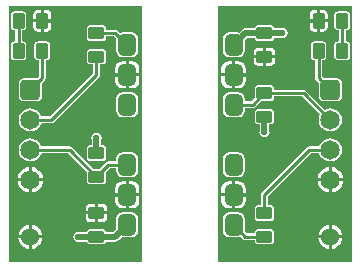
<source format=gtl>
G04 Layer_Physical_Order=1*
G04 Layer_Color=255*
%FSLAX25Y25*%
%MOIN*%
G70*
G01*
G75*
G04:AMPARAMS|DCode=10|XSize=39.37mil|YSize=51.18mil|CornerRadius=4.92mil|HoleSize=0mil|Usage=FLASHONLY|Rotation=90.000|XOffset=0mil|YOffset=0mil|HoleType=Round|Shape=RoundedRectangle|*
%AMROUNDEDRECTD10*
21,1,0.03937,0.04134,0,0,90.0*
21,1,0.02953,0.05118,0,0,90.0*
1,1,0.00984,0.02067,0.01476*
1,1,0.00984,0.02067,-0.01476*
1,1,0.00984,-0.02067,-0.01476*
1,1,0.00984,-0.02067,0.01476*
%
%ADD10ROUNDEDRECTD10*%
G04:AMPARAMS|DCode=11|XSize=39.37mil|YSize=51.18mil|CornerRadius=4.92mil|HoleSize=0mil|Usage=FLASHONLY|Rotation=0.000|XOffset=0mil|YOffset=0mil|HoleType=Round|Shape=RoundedRectangle|*
%AMROUNDEDRECTD11*
21,1,0.03937,0.04134,0,0,0.0*
21,1,0.02953,0.05118,0,0,0.0*
1,1,0.00984,0.01476,-0.02067*
1,1,0.00984,-0.01476,-0.02067*
1,1,0.00984,-0.01476,0.02067*
1,1,0.00984,0.01476,0.02067*
%
%ADD11ROUNDEDRECTD11*%
%ADD12C,0.06000*%
G04:AMPARAMS|DCode=13|XSize=70.08mil|YSize=59.84mil|CornerRadius=14.96mil|HoleSize=0mil|Usage=FLASHONLY|Rotation=90.000|XOffset=0mil|YOffset=0mil|HoleType=Round|Shape=RoundedRectangle|*
%AMROUNDEDRECTD13*
21,1,0.07008,0.02992,0,0,90.0*
21,1,0.04016,0.05984,0,0,90.0*
1,1,0.02992,0.01496,0.02008*
1,1,0.02992,0.01496,-0.02008*
1,1,0.02992,-0.01496,-0.02008*
1,1,0.02992,-0.01496,0.02008*
%
%ADD13ROUNDEDRECTD13*%
%ADD14C,0.02000*%
%ADD15C,0.01000*%
%ADD16C,0.06500*%
G04:AMPARAMS|DCode=17|XSize=65mil|YSize=65mil|CornerRadius=9.75mil|HoleSize=0mil|Usage=FLASHONLY|Rotation=180.000|XOffset=0mil|YOffset=0mil|HoleType=Round|Shape=RoundedRectangle|*
%AMROUNDEDRECTD17*
21,1,0.06500,0.04550,0,0,180.0*
21,1,0.04550,0.06500,0,0,180.0*
1,1,0.01950,-0.02275,0.02275*
1,1,0.01950,0.02275,0.02275*
1,1,0.01950,0.02275,-0.02275*
1,1,0.01950,-0.02275,-0.02275*
%
%ADD17ROUNDEDRECTD17*%
%ADD18C,0.02165*%
G36*
X117346Y2733D02*
X72649D01*
Y87818D01*
X117346D01*
Y2733D01*
D02*
G37*
G36*
X47351D02*
X2733D01*
Y87818D01*
X47351D01*
Y2733D01*
D02*
G37*
%LPC*%
G36*
X79232Y29553D02*
X78236D01*
Y25500D01*
X81777D01*
Y27008D01*
X81583Y27982D01*
X81032Y28807D01*
X80206Y29359D01*
X79232Y29553D01*
D02*
G37*
G36*
X77236D02*
X76240D01*
X75266Y29359D01*
X74441Y28807D01*
X73889Y27982D01*
X73695Y27008D01*
Y25500D01*
X77236D01*
Y29553D01*
D02*
G37*
G36*
Y24500D02*
X73695D01*
Y22992D01*
X73889Y22018D01*
X74441Y21193D01*
X75266Y20641D01*
X76240Y20447D01*
X77236D01*
Y24500D01*
D02*
G37*
G36*
X81777D02*
X78236D01*
Y20447D01*
X79232D01*
X80206Y20641D01*
X81032Y21193D01*
X81583Y22018D01*
X81777Y22992D01*
Y24500D01*
D02*
G37*
G36*
X109500Y29500D02*
X105779D01*
X105859Y28890D01*
X106288Y27857D01*
X106969Y26969D01*
X107857Y26288D01*
X108890Y25859D01*
X109500Y25779D01*
Y29500D01*
D02*
G37*
G36*
X110500Y34221D02*
Y30500D01*
X114221D01*
X114141Y31109D01*
X113712Y32143D01*
X113031Y33031D01*
X112143Y33712D01*
X111109Y34141D01*
X110500Y34221D01*
D02*
G37*
G36*
X109500D02*
X108890Y34141D01*
X107857Y33712D01*
X106969Y33031D01*
X106288Y32143D01*
X105859Y31109D01*
X105779Y30500D01*
X109500D01*
Y34221D01*
D02*
G37*
G36*
X114221Y29500D02*
X110500D01*
Y25779D01*
X111109Y25859D01*
X112143Y26288D01*
X113031Y26969D01*
X113712Y27857D01*
X114141Y28890D01*
X114221Y29500D01*
D02*
G37*
G36*
X79232Y19145D02*
X76240D01*
X75422Y18982D01*
X74729Y18519D01*
X74266Y17826D01*
X74103Y17008D01*
Y12992D01*
X74266Y12174D01*
X74729Y11481D01*
X75422Y11018D01*
X76240Y10855D01*
X79232D01*
X80050Y11018D01*
X80099Y11051D01*
X80880Y10270D01*
X80880Y10270D01*
X81244Y10027D01*
X81673Y9941D01*
X84820D01*
Y9587D01*
X84904Y9161D01*
X85146Y8799D01*
X85507Y8558D01*
X85933Y8473D01*
X90067D01*
X90493Y8558D01*
X90854Y8799D01*
X91096Y9161D01*
X91180Y9587D01*
Y12539D01*
X91096Y12966D01*
X90854Y13327D01*
X90493Y13568D01*
X90067Y13653D01*
X85933D01*
X85507Y13568D01*
X85146Y13327D01*
X84904Y12966D01*
X84820Y12539D01*
Y12184D01*
X82138D01*
X81363Y12959D01*
X81369Y12992D01*
Y17008D01*
X81207Y17826D01*
X80743Y18519D01*
X80050Y18982D01*
X79232Y19145D01*
D02*
G37*
G36*
X113969Y10500D02*
X110500D01*
Y7031D01*
X111044Y7103D01*
X112017Y7506D01*
X112853Y8147D01*
X113494Y8983D01*
X113897Y9956D01*
X113969Y10500D01*
D02*
G37*
G36*
X109500D02*
X106031D01*
X106103Y9956D01*
X106506Y8983D01*
X107147Y8147D01*
X107983Y7506D01*
X108956Y7103D01*
X109500Y7031D01*
Y10500D01*
D02*
G37*
G36*
Y14969D02*
X108956Y14897D01*
X107983Y14494D01*
X107147Y13853D01*
X106506Y13017D01*
X106103Y12044D01*
X106031Y11500D01*
X109500D01*
Y14969D01*
D02*
G37*
G36*
X110500D02*
Y11500D01*
X113969D01*
X113897Y12044D01*
X113494Y13017D01*
X112853Y13853D01*
X112017Y14494D01*
X111044Y14897D01*
X110500Y14969D01*
D02*
G37*
G36*
X87500Y74061D02*
X85933D01*
X85351Y73945D01*
X84857Y73615D01*
X84527Y73122D01*
X84412Y72539D01*
Y71563D01*
X87500D01*
Y74061D01*
D02*
G37*
G36*
X90067Y81527D02*
X85933D01*
X85507Y81442D01*
X85146Y81201D01*
X84904Y80840D01*
X84850Y80568D01*
X81673D01*
X81049Y80444D01*
X80520Y80090D01*
X79517Y79088D01*
X79232Y79145D01*
X76240D01*
X75422Y78982D01*
X74729Y78519D01*
X74266Y77826D01*
X74103Y77008D01*
Y72992D01*
X74266Y72174D01*
X74729Y71481D01*
X75422Y71018D01*
X76240Y70855D01*
X79232D01*
X80050Y71018D01*
X80743Y71481D01*
X81207Y72174D01*
X81369Y72992D01*
Y76326D01*
X82349Y77306D01*
X84850D01*
X84904Y77034D01*
X85146Y76673D01*
X85507Y76432D01*
X85933Y76347D01*
X90067D01*
X90493Y76432D01*
X90854Y76673D01*
X91096Y77034D01*
X91150Y77306D01*
X93893D01*
X94000Y77284D01*
X94657Y77415D01*
X95213Y77787D01*
X95585Y78343D01*
X95716Y79000D01*
X95585Y79657D01*
X95213Y80213D01*
X94657Y80585D01*
X94000Y80716D01*
X93343Y80585D01*
X93318Y80568D01*
X91150D01*
X91096Y80840D01*
X90854Y81201D01*
X90493Y81442D01*
X90067Y81527D01*
D02*
G37*
G36*
Y74061D02*
X88500D01*
Y71563D01*
X91588D01*
Y72539D01*
X91473Y73122D01*
X91143Y73615D01*
X90649Y73945D01*
X90067Y74061D01*
D02*
G37*
G36*
X91588Y70563D02*
X88500D01*
Y68065D01*
X90067D01*
X90649Y68181D01*
X91143Y68511D01*
X91473Y69004D01*
X91588Y69587D01*
Y70563D01*
D02*
G37*
G36*
X87500D02*
X84412D01*
Y69587D01*
X84527Y69004D01*
X84857Y68511D01*
X85351Y68181D01*
X85933Y68065D01*
X87500D01*
Y70563D01*
D02*
G37*
G36*
X115413Y86180D02*
X112461D01*
X112034Y86096D01*
X111673Y85854D01*
X111432Y85493D01*
X111347Y85067D01*
Y80933D01*
X111432Y80507D01*
X111673Y80146D01*
X112034Y79904D01*
X112461Y79820D01*
X112815D01*
Y76180D01*
X112461D01*
X112034Y76096D01*
X111673Y75854D01*
X111432Y75493D01*
X111347Y75067D01*
Y70933D01*
X111432Y70507D01*
X111673Y70146D01*
X112034Y69904D01*
X112461Y69820D01*
X115413D01*
X115840Y69904D01*
X116201Y70146D01*
X116442Y70507D01*
X116527Y70933D01*
Y75067D01*
X116442Y75493D01*
X116201Y75854D01*
X115840Y76096D01*
X115413Y76180D01*
X115059D01*
Y79820D01*
X115413D01*
X115840Y79904D01*
X116201Y80146D01*
X116442Y80507D01*
X116527Y80933D01*
Y85067D01*
X116442Y85493D01*
X116201Y85854D01*
X115840Y86096D01*
X115413Y86180D01*
D02*
G37*
G36*
X105563Y86588D02*
X104587D01*
X104004Y86472D01*
X103511Y86143D01*
X103181Y85649D01*
X103065Y85067D01*
Y83500D01*
X105563D01*
Y86588D01*
D02*
G37*
G36*
X107539D02*
X106563D01*
Y83500D01*
X109061D01*
Y85067D01*
X108945Y85649D01*
X108615Y86143D01*
X108122Y86472D01*
X107539Y86588D01*
D02*
G37*
G36*
X109061Y82500D02*
X106563D01*
Y79412D01*
X107539D01*
X108122Y79527D01*
X108615Y79857D01*
X108945Y80351D01*
X109061Y80933D01*
Y82500D01*
D02*
G37*
G36*
X105563D02*
X103065D01*
Y80933D01*
X103181Y80351D01*
X103511Y79857D01*
X104004Y79527D01*
X104587Y79412D01*
X105563D01*
Y82500D01*
D02*
G37*
G36*
X90067Y61527D02*
X85933D01*
X85507Y61442D01*
X85146Y61201D01*
X84904Y60839D01*
X84820Y60413D01*
Y57461D01*
X84839Y57362D01*
X83598Y56122D01*
X81369D01*
Y57008D01*
X81207Y57826D01*
X80743Y58519D01*
X80050Y58982D01*
X79232Y59145D01*
X76240D01*
X75422Y58982D01*
X74729Y58519D01*
X74266Y57826D01*
X74103Y57008D01*
Y52992D01*
X74266Y52174D01*
X74729Y51481D01*
X75422Y51018D01*
X76240Y50855D01*
X79232D01*
X80050Y51018D01*
X80743Y51481D01*
X81207Y52174D01*
X81369Y52992D01*
Y53878D01*
X84063D01*
X84063Y53878D01*
X84492Y53964D01*
X84856Y54207D01*
X86996Y56347D01*
X90067D01*
X90493Y56432D01*
X90854Y56673D01*
X91096Y57034D01*
X91180Y57461D01*
Y57815D01*
X100598D01*
X106589Y51825D01*
X106249Y51005D01*
X106117Y50000D01*
X106249Y48995D01*
X106637Y48058D01*
X107254Y47254D01*
X108058Y46637D01*
X108995Y46249D01*
X110000Y46117D01*
X111005Y46249D01*
X111942Y46637D01*
X112746Y47254D01*
X113363Y48058D01*
X113751Y48995D01*
X113883Y50000D01*
X113751Y51005D01*
X113363Y51942D01*
X112746Y52746D01*
X111942Y53363D01*
X111005Y53751D01*
X110000Y53883D01*
X108995Y53751D01*
X108175Y53411D01*
X101856Y59730D01*
X101492Y59973D01*
X101063Y60059D01*
X101063Y60059D01*
X91180D01*
Y60413D01*
X91096Y60839D01*
X90854Y61201D01*
X90493Y61442D01*
X90067Y61527D01*
D02*
G37*
G36*
X107539Y76180D02*
X104587D01*
X104160Y76096D01*
X103799Y75854D01*
X103558Y75493D01*
X103473Y75067D01*
Y70933D01*
X103558Y70507D01*
X103799Y70146D01*
X104160Y69904D01*
X104587Y69820D01*
X104941D01*
Y63937D01*
X104941Y63937D01*
X105027Y63508D01*
X105270Y63144D01*
X106122Y62292D01*
X106119Y62275D01*
Y57725D01*
X106241Y57111D01*
X106589Y56590D01*
X107111Y56241D01*
X107725Y56119D01*
X112275D01*
X112890Y56241D01*
X113410Y56590D01*
X113759Y57111D01*
X113881Y57725D01*
Y62275D01*
X113759Y62889D01*
X113410Y63411D01*
X112890Y63759D01*
X112275Y63881D01*
X107725D01*
X107709Y63878D01*
X107185Y64402D01*
Y69820D01*
X107539D01*
X107966Y69904D01*
X108327Y70146D01*
X108568Y70507D01*
X108653Y70933D01*
Y75067D01*
X108568Y75493D01*
X108327Y75854D01*
X107966Y76096D01*
X107539Y76180D01*
D02*
G37*
G36*
X110000Y43883D02*
X108995Y43751D01*
X108058Y43363D01*
X107254Y42746D01*
X106637Y41942D01*
X106297Y41122D01*
X103000D01*
X102571Y41036D01*
X102207Y40793D01*
X102207Y40793D01*
X87207Y25793D01*
X86964Y25429D01*
X86878Y25000D01*
X86878Y25000D01*
Y21527D01*
X85933D01*
X85507Y21442D01*
X85146Y21201D01*
X84904Y20840D01*
X84820Y20413D01*
Y17461D01*
X84904Y17034D01*
X85146Y16673D01*
X85507Y16432D01*
X85933Y16347D01*
X90067D01*
X90493Y16432D01*
X90854Y16673D01*
X91096Y17034D01*
X91180Y17461D01*
Y20413D01*
X91096Y20840D01*
X90854Y21201D01*
X90493Y21442D01*
X90067Y21527D01*
X89122D01*
Y24535D01*
X103465Y38878D01*
X106297D01*
X106637Y38058D01*
X107254Y37254D01*
X108058Y36637D01*
X108995Y36249D01*
X110000Y36117D01*
X111005Y36249D01*
X111942Y36637D01*
X112746Y37254D01*
X113363Y38058D01*
X113751Y38995D01*
X113883Y40000D01*
X113751Y41005D01*
X113363Y41942D01*
X112746Y42746D01*
X111942Y43363D01*
X111005Y43751D01*
X110000Y43883D01*
D02*
G37*
G36*
X79232Y39145D02*
X76240D01*
X75422Y38982D01*
X74729Y38519D01*
X74266Y37826D01*
X74103Y37008D01*
Y32992D01*
X74266Y32174D01*
X74729Y31481D01*
X75422Y31018D01*
X76240Y30855D01*
X79232D01*
X80050Y31018D01*
X80743Y31481D01*
X81207Y32174D01*
X81369Y32992D01*
Y37008D01*
X81207Y37826D01*
X80743Y38519D01*
X80050Y38982D01*
X79232Y39145D01*
D02*
G37*
G36*
X90067Y53653D02*
X85933D01*
X85507Y53568D01*
X85146Y53327D01*
X84904Y52965D01*
X84820Y52539D01*
Y49587D01*
X84904Y49161D01*
X85146Y48799D01*
X85507Y48558D01*
X85933Y48473D01*
X86369D01*
Y46424D01*
X86284Y46000D01*
X86415Y45344D01*
X86787Y44787D01*
X87343Y44415D01*
X88000Y44284D01*
X88657Y44415D01*
X89213Y44787D01*
X89585Y45344D01*
X89716Y46000D01*
X89631Y46424D01*
Y48473D01*
X90067D01*
X90493Y48558D01*
X90854Y48799D01*
X91096Y49161D01*
X91180Y49587D01*
Y52539D01*
X91096Y52965D01*
X90854Y53327D01*
X90493Y53568D01*
X90067Y53653D01*
D02*
G37*
G36*
X77236Y69553D02*
X76240D01*
X75266Y69359D01*
X74441Y68807D01*
X73889Y67982D01*
X73695Y67008D01*
Y65500D01*
X77236D01*
Y69553D01*
D02*
G37*
G36*
X79232D02*
X78236D01*
Y65500D01*
X81777D01*
Y67008D01*
X81583Y67982D01*
X81032Y68807D01*
X80206Y69359D01*
X79232Y69553D01*
D02*
G37*
G36*
X81777Y64500D02*
X78236D01*
Y60447D01*
X79232D01*
X80206Y60641D01*
X81032Y61193D01*
X81583Y62018D01*
X81777Y62992D01*
Y64500D01*
D02*
G37*
G36*
X77236D02*
X73695D01*
Y62992D01*
X73889Y62018D01*
X74441Y61193D01*
X75266Y60641D01*
X76240Y60447D01*
X77236D01*
Y64500D01*
D02*
G37*
G36*
X43760Y29553D02*
X42764D01*
Y25500D01*
X46305D01*
Y27008D01*
X46111Y27982D01*
X45559Y28807D01*
X44734Y29359D01*
X43760Y29553D01*
D02*
G37*
G36*
X9500Y29500D02*
X5779D01*
X5859Y28890D01*
X6288Y27857D01*
X6969Y26969D01*
X7857Y26288D01*
X8890Y25859D01*
X9500Y25779D01*
Y29500D01*
D02*
G37*
G36*
X41764Y29553D02*
X40768D01*
X39794Y29359D01*
X38968Y28807D01*
X38416Y27982D01*
X38223Y27008D01*
Y25500D01*
X41764D01*
Y29553D01*
D02*
G37*
G36*
X10500Y34221D02*
Y30500D01*
X14221D01*
X14141Y31109D01*
X13712Y32143D01*
X13031Y33031D01*
X12143Y33712D01*
X11109Y34141D01*
X10500Y34221D01*
D02*
G37*
G36*
X10000Y43883D02*
X8995Y43751D01*
X8058Y43363D01*
X7254Y42746D01*
X6637Y41942D01*
X6249Y41005D01*
X6117Y40000D01*
X6249Y38995D01*
X6637Y38058D01*
X7254Y37254D01*
X8058Y36637D01*
X8995Y36249D01*
X10000Y36117D01*
X11005Y36249D01*
X11942Y36637D01*
X12746Y37254D01*
X13363Y38058D01*
X13703Y38878D01*
X22598D01*
X28839Y32638D01*
X28820Y32539D01*
Y29587D01*
X28904Y29160D01*
X29146Y28799D01*
X29507Y28558D01*
X29933Y28473D01*
X34067D01*
X34493Y28558D01*
X34854Y28799D01*
X35096Y29160D01*
X35181Y29587D01*
Y32539D01*
X35161Y32638D01*
X36402Y33878D01*
X38631D01*
Y32992D01*
X38793Y32174D01*
X39257Y31481D01*
X39950Y31018D01*
X40768Y30855D01*
X43760D01*
X44578Y31018D01*
X45271Y31481D01*
X45734Y32174D01*
X45897Y32992D01*
Y37008D01*
X45734Y37826D01*
X45271Y38519D01*
X44578Y38982D01*
X43760Y39145D01*
X40768D01*
X39950Y38982D01*
X39257Y38519D01*
X38793Y37826D01*
X38631Y37008D01*
Y36122D01*
X35937D01*
X35508Y36036D01*
X35144Y35793D01*
X35144Y35793D01*
X33004Y33653D01*
X30996D01*
X23856Y40793D01*
X23492Y41036D01*
X23063Y41122D01*
X23063Y41122D01*
X13703D01*
X13363Y41942D01*
X12746Y42746D01*
X11942Y43363D01*
X11005Y43751D01*
X10000Y43883D01*
D02*
G37*
G36*
X14221Y29500D02*
X10500D01*
Y25779D01*
X11109Y25859D01*
X12143Y26288D01*
X13031Y26969D01*
X13712Y27857D01*
X14141Y28890D01*
X14221Y29500D01*
D02*
G37*
G36*
X9500Y34221D02*
X8890Y34141D01*
X7857Y33712D01*
X6969Y33031D01*
X6288Y32143D01*
X5859Y31109D01*
X5779Y30500D01*
X9500D01*
Y34221D01*
D02*
G37*
G36*
X46305Y24500D02*
X42764D01*
Y20447D01*
X43760D01*
X44734Y20641D01*
X45559Y21193D01*
X46111Y22018D01*
X46305Y22992D01*
Y24500D01*
D02*
G37*
G36*
X9500Y14969D02*
X8956Y14897D01*
X7983Y14494D01*
X7147Y13853D01*
X6506Y13017D01*
X6103Y12044D01*
X6031Y11500D01*
X9500D01*
Y14969D01*
D02*
G37*
G36*
X10500D02*
Y11500D01*
X13969D01*
X13897Y12044D01*
X13494Y13017D01*
X12853Y13853D01*
X12017Y14494D01*
X11044Y14897D01*
X10500Y14969D01*
D02*
G37*
G36*
X9500Y10500D02*
X6031D01*
X6103Y9956D01*
X6506Y8983D01*
X7147Y8147D01*
X7983Y7506D01*
X8956Y7103D01*
X9500Y7031D01*
Y10500D01*
D02*
G37*
G36*
X13969D02*
X10500D01*
Y7031D01*
X11044Y7103D01*
X12017Y7506D01*
X12853Y8147D01*
X13494Y8983D01*
X13897Y9956D01*
X13969Y10500D01*
D02*
G37*
G36*
X31500Y21935D02*
X29933D01*
X29351Y21819D01*
X28857Y21489D01*
X28528Y20996D01*
X28412Y20413D01*
Y19437D01*
X31500D01*
Y21935D01*
D02*
G37*
G36*
X34067D02*
X32500D01*
Y19437D01*
X35588D01*
Y20413D01*
X35473Y20996D01*
X35143Y21489D01*
X34649Y21819D01*
X34067Y21935D01*
D02*
G37*
G36*
X41764Y24500D02*
X38223D01*
Y22992D01*
X38416Y22018D01*
X38968Y21193D01*
X39794Y20641D01*
X40768Y20447D01*
X41764D01*
Y24500D01*
D02*
G37*
G36*
X35588Y18437D02*
X32500D01*
Y15939D01*
X34067D01*
X34649Y16055D01*
X35143Y16385D01*
X35473Y16878D01*
X35588Y17461D01*
Y18437D01*
D02*
G37*
G36*
X43760Y19145D02*
X40768D01*
X39950Y18982D01*
X39257Y18519D01*
X38793Y17826D01*
X38631Y17008D01*
Y13674D01*
X37651Y12694D01*
X35150D01*
X35096Y12966D01*
X34854Y13327D01*
X34493Y13568D01*
X34067Y13653D01*
X29933D01*
X29507Y13568D01*
X29146Y13327D01*
X28904Y12966D01*
X28838Y12631D01*
X26424D01*
X26000Y12716D01*
X25343Y12585D01*
X24787Y12213D01*
X24415Y11657D01*
X24284Y11000D01*
X24415Y10343D01*
X24787Y9787D01*
X25343Y9415D01*
X26000Y9284D01*
X26424Y9369D01*
X28863D01*
X28904Y9161D01*
X29146Y8799D01*
X29507Y8558D01*
X29933Y8473D01*
X34067D01*
X34493Y8558D01*
X34854Y8799D01*
X35096Y9161D01*
X35150Y9432D01*
X38327D01*
X38951Y9556D01*
X39480Y9909D01*
X40483Y10912D01*
X40768Y10855D01*
X43760D01*
X44578Y11018D01*
X45271Y11481D01*
X45734Y12174D01*
X45897Y12992D01*
Y17008D01*
X45734Y17826D01*
X45271Y18519D01*
X44578Y18982D01*
X43760Y19145D01*
D02*
G37*
G36*
X31500Y18437D02*
X28412D01*
Y17461D01*
X28528Y16878D01*
X28857Y16385D01*
X29351Y16055D01*
X29933Y15939D01*
X31500D01*
Y18437D01*
D02*
G37*
G36*
X34067Y81527D02*
X29933D01*
X29507Y81442D01*
X29146Y81201D01*
X28904Y80840D01*
X28820Y80413D01*
Y77461D01*
X28904Y77034D01*
X29146Y76673D01*
X29507Y76432D01*
X29933Y76347D01*
X34067D01*
X34493Y76432D01*
X34854Y76673D01*
X35096Y77034D01*
X35181Y77461D01*
Y77816D01*
X37862D01*
X38637Y77041D01*
X38631Y77008D01*
Y72992D01*
X38793Y72174D01*
X39257Y71481D01*
X39950Y71018D01*
X40768Y70855D01*
X43760D01*
X44578Y71018D01*
X45271Y71481D01*
X45734Y72174D01*
X45897Y72992D01*
Y77008D01*
X45734Y77826D01*
X45271Y78519D01*
X44578Y78982D01*
X43760Y79145D01*
X40768D01*
X39950Y78982D01*
X39900Y78949D01*
X39120Y79730D01*
X38756Y79973D01*
X38327Y80059D01*
X38327Y80059D01*
X35181D01*
Y80413D01*
X35096Y80840D01*
X34854Y81201D01*
X34493Y81442D01*
X34067Y81527D01*
D02*
G37*
G36*
X7539Y86180D02*
X4587D01*
X4160Y86096D01*
X3799Y85854D01*
X3558Y85493D01*
X3473Y85067D01*
Y80933D01*
X3558Y80507D01*
X3799Y80146D01*
X4160Y79904D01*
X4587Y79820D01*
X4941D01*
Y76180D01*
X4587D01*
X4160Y76096D01*
X3799Y75854D01*
X3558Y75493D01*
X3473Y75067D01*
Y70933D01*
X3558Y70507D01*
X3799Y70146D01*
X4160Y69904D01*
X4587Y69820D01*
X7539D01*
X7965Y69904D01*
X8327Y70146D01*
X8568Y70507D01*
X8653Y70933D01*
Y75067D01*
X8568Y75493D01*
X8327Y75854D01*
X7965Y76096D01*
X7539Y76180D01*
X7185D01*
Y79820D01*
X7539D01*
X7965Y79904D01*
X8327Y80146D01*
X8568Y80507D01*
X8653Y80933D01*
Y85067D01*
X8568Y85493D01*
X8327Y85854D01*
X7965Y86096D01*
X7539Y86180D01*
D02*
G37*
G36*
X13437Y86588D02*
X12461D01*
X11878Y86472D01*
X11385Y86143D01*
X11055Y85649D01*
X10939Y85067D01*
Y83500D01*
X13437D01*
Y86588D01*
D02*
G37*
G36*
X15413D02*
X14437D01*
Y83500D01*
X16935D01*
Y85067D01*
X16819Y85649D01*
X16489Y86143D01*
X15996Y86472D01*
X15413Y86588D01*
D02*
G37*
G36*
X16935Y82500D02*
X14437D01*
Y79412D01*
X15413D01*
X15996Y79527D01*
X16489Y79857D01*
X16819Y80351D01*
X16935Y80933D01*
Y82500D01*
D02*
G37*
G36*
X13437D02*
X10939D01*
Y80933D01*
X11055Y80351D01*
X11385Y79857D01*
X11878Y79527D01*
X12461Y79412D01*
X13437D01*
Y82500D01*
D02*
G37*
G36*
X43760Y69553D02*
X42764D01*
Y65500D01*
X46305D01*
Y67008D01*
X46111Y67982D01*
X45559Y68807D01*
X44734Y69359D01*
X43760Y69553D01*
D02*
G37*
G36*
X34067Y73653D02*
X29933D01*
X29507Y73568D01*
X29146Y73327D01*
X28904Y72966D01*
X28820Y72539D01*
Y69587D01*
X28904Y69160D01*
X29146Y68799D01*
X29507Y68558D01*
X29933Y68473D01*
X30878D01*
Y65465D01*
X16535Y51122D01*
X13703D01*
X13363Y51942D01*
X12746Y52746D01*
X11942Y53363D01*
X11005Y53751D01*
X10000Y53883D01*
X8995Y53751D01*
X8058Y53363D01*
X7254Y52746D01*
X6637Y51942D01*
X6249Y51005D01*
X6117Y50000D01*
X6249Y48995D01*
X6637Y48058D01*
X7254Y47254D01*
X8058Y46637D01*
X8995Y46249D01*
X10000Y46117D01*
X11005Y46249D01*
X11942Y46637D01*
X12746Y47254D01*
X13363Y48058D01*
X13703Y48878D01*
X17000D01*
X17000Y48878D01*
X17429Y48964D01*
X17793Y49207D01*
X32793Y64207D01*
X32793Y64207D01*
X33036Y64571D01*
X33122Y65000D01*
Y68473D01*
X34067D01*
X34493Y68558D01*
X34854Y68799D01*
X35096Y69160D01*
X35181Y69587D01*
Y72539D01*
X35096Y72966D01*
X34854Y73327D01*
X34493Y73568D01*
X34067Y73653D01*
D02*
G37*
G36*
X43760Y59145D02*
X40768D01*
X39950Y58982D01*
X39257Y58519D01*
X38793Y57826D01*
X38631Y57008D01*
Y52992D01*
X38793Y52174D01*
X39257Y51481D01*
X39950Y51018D01*
X40768Y50855D01*
X43760D01*
X44578Y51018D01*
X45271Y51481D01*
X45734Y52174D01*
X45897Y52992D01*
Y57008D01*
X45734Y57826D01*
X45271Y58519D01*
X44578Y58982D01*
X43760Y59145D01*
D02*
G37*
G36*
X32000Y45716D02*
X31343Y45585D01*
X30787Y45213D01*
X30415Y44657D01*
X30284Y44000D01*
X30369Y43576D01*
Y41527D01*
X29933D01*
X29507Y41442D01*
X29146Y41201D01*
X28904Y40839D01*
X28820Y40413D01*
Y37461D01*
X28904Y37034D01*
X29146Y36673D01*
X29507Y36432D01*
X29933Y36347D01*
X34067D01*
X34493Y36432D01*
X34854Y36673D01*
X35096Y37034D01*
X35181Y37461D01*
Y40413D01*
X35096Y40839D01*
X34854Y41201D01*
X34493Y41442D01*
X34067Y41527D01*
X33631D01*
Y43576D01*
X33716Y44000D01*
X33585Y44657D01*
X33213Y45213D01*
X32656Y45585D01*
X32000Y45716D01*
D02*
G37*
G36*
X15413Y76180D02*
X12461D01*
X12034Y76096D01*
X11673Y75854D01*
X11432Y75493D01*
X11347Y75067D01*
Y70933D01*
X11432Y70507D01*
X11673Y70146D01*
X12034Y69904D01*
X12461Y69820D01*
X12815D01*
Y64402D01*
X12291Y63878D01*
X12275Y63881D01*
X7725D01*
X7111Y63759D01*
X6589Y63411D01*
X6241Y62889D01*
X6119Y62275D01*
Y57725D01*
X6241Y57111D01*
X6589Y56590D01*
X7111Y56241D01*
X7725Y56119D01*
X12275D01*
X12889Y56241D01*
X13410Y56590D01*
X13759Y57111D01*
X13881Y57725D01*
Y62275D01*
X13878Y62292D01*
X14730Y63144D01*
X14730Y63144D01*
X14973Y63508D01*
X15059Y63937D01*
Y69820D01*
X15413D01*
X15840Y69904D01*
X16201Y70146D01*
X16442Y70507D01*
X16527Y70933D01*
Y75067D01*
X16442Y75493D01*
X16201Y75854D01*
X15840Y76096D01*
X15413Y76180D01*
D02*
G37*
G36*
X41764Y69553D02*
X40768D01*
X39794Y69359D01*
X38968Y68807D01*
X38416Y67982D01*
X38223Y67008D01*
Y65500D01*
X41764D01*
Y69553D01*
D02*
G37*
G36*
X46305Y64500D02*
X42764D01*
Y60447D01*
X43760D01*
X44734Y60641D01*
X45559Y61193D01*
X46111Y62018D01*
X46305Y62992D01*
Y64500D01*
D02*
G37*
G36*
X41764D02*
X38223D01*
Y62992D01*
X38416Y62018D01*
X38968Y61193D01*
X39794Y60641D01*
X40768Y60447D01*
X41764D01*
Y64500D01*
D02*
G37*
%LPD*%
D10*
X88000Y11063D02*
D03*
Y18937D02*
D03*
Y58937D02*
D03*
Y51063D02*
D03*
Y78937D02*
D03*
Y71063D02*
D03*
X32000Y11063D02*
D03*
Y18937D02*
D03*
Y71063D02*
D03*
Y78937D02*
D03*
Y31063D02*
D03*
Y38937D02*
D03*
D11*
X106063Y83000D02*
D03*
X113937D02*
D03*
Y73000D02*
D03*
X106063D02*
D03*
X13937Y83000D02*
D03*
X6063D02*
D03*
Y73000D02*
D03*
X13937D02*
D03*
D12*
X110000Y11000D02*
D03*
X10000D02*
D03*
D13*
X77736Y35000D02*
D03*
X42264Y25000D02*
D03*
X77736Y15000D02*
D03*
X42264D02*
D03*
X77736Y25000D02*
D03*
X42264Y35000D02*
D03*
Y55000D02*
D03*
X77736Y65000D02*
D03*
X42264Y75000D02*
D03*
X77736D02*
D03*
X42264Y65000D02*
D03*
X77736Y55000D02*
D03*
D14*
X81673Y78937D02*
X88000D01*
X77736Y75000D02*
X81673Y78937D01*
X38327Y11063D02*
X42264Y15000D01*
X32000Y11063D02*
X38327D01*
X93937Y78937D02*
X94000Y79000D01*
X88000Y78937D02*
X93937D01*
X31937Y11000D02*
X32000Y11063D01*
X26000Y11000D02*
X31937D01*
X88000Y46000D02*
Y51063D01*
X32000Y38937D02*
Y44000D01*
D15*
X103000Y40000D02*
X110000D01*
X88000Y25000D02*
X103000Y40000D01*
X88000Y18937D02*
Y25000D01*
X77736Y15000D02*
X81673Y11063D01*
X88000D01*
X101063Y58937D02*
X110000Y50000D01*
X88000Y58937D02*
X101063D01*
X84063Y55000D02*
X88000Y58937D01*
X77736Y55000D02*
X84063D01*
X77736Y65000D02*
X84000D01*
X36000D02*
X42264D01*
X77736Y25000D02*
X84000D01*
X36000D02*
X42264D01*
X32000Y18937D02*
Y25000D01*
Y31063D02*
X35937Y35000D01*
X42264D01*
X23063Y40000D02*
X32000Y31063D01*
X10000Y40000D02*
X23063D01*
X32000Y65000D02*
Y71063D01*
X17000Y50000D02*
X32000Y65000D01*
X10000Y50000D02*
X17000D01*
X38327Y78937D02*
X42264Y75000D01*
X32000Y78937D02*
X38327D01*
X88000Y65000D02*
Y71063D01*
X101000Y83000D02*
X106063D01*
X113937Y73000D02*
Y83000D01*
X106063Y63937D02*
X110000Y60000D01*
X106063Y63937D02*
Y73000D01*
X13937Y83000D02*
X19000D01*
X10000Y60000D02*
X13937Y63937D01*
Y73000D01*
X6063D02*
Y83000D01*
D16*
X10000Y30000D02*
D03*
Y40000D02*
D03*
Y50000D02*
D03*
X110000Y30000D02*
D03*
Y40000D02*
D03*
Y50000D02*
D03*
D17*
X10000Y60000D02*
D03*
X110000D02*
D03*
D18*
Y20000D02*
D03*
X10000D02*
D03*
X88000Y35000D02*
D03*
X32000Y55000D02*
D03*
X110000Y11000D02*
D03*
X10000D02*
D03*
X94000Y79000D02*
D03*
X26000Y11000D02*
D03*
X88000Y46000D02*
D03*
X32000Y44000D02*
D03*
X84000Y25000D02*
D03*
X36000Y65000D02*
D03*
X88000D02*
D03*
X84000D02*
D03*
X36000Y25000D02*
D03*
X32000D02*
D03*
X101000Y83000D02*
D03*
X19000D02*
D03*
M02*

</source>
